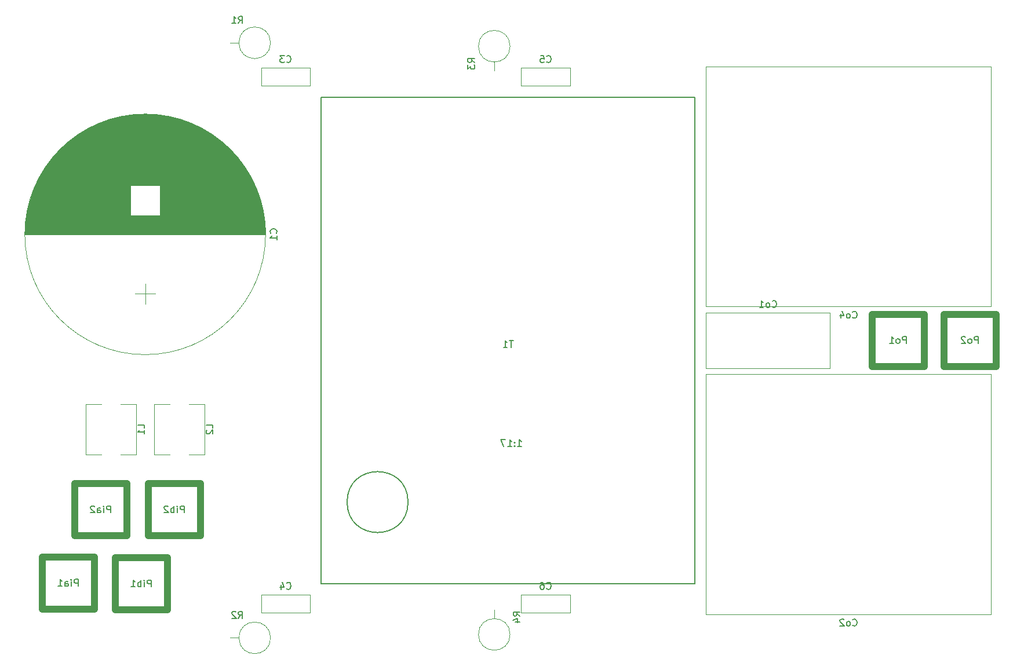
<source format=gbr>
G04 #@! TF.GenerationSoftware,KiCad,Pcbnew,(5.1.2)-1*
G04 #@! TF.CreationDate,2019-07-12T20:41:11-07:00*
G04 #@! TF.ProjectId,1000WConverter_r1_pwr,31303030-5743-46f6-9e76-65727465725f,rev?*
G04 #@! TF.SameCoordinates,Original*
G04 #@! TF.FileFunction,Legend,Bot*
G04 #@! TF.FilePolarity,Positive*
%FSLAX46Y46*%
G04 Gerber Fmt 4.6, Leading zero omitted, Abs format (unit mm)*
G04 Created by KiCad (PCBNEW (5.1.2)-1) date 2019-07-12 20:41:11*
%MOMM*%
%LPD*%
G04 APERTURE LIST*
%ADD10C,0.120000*%
%ADD11C,0.150000*%
%ADD12C,1.000000*%
G04 APERTURE END LIST*
D10*
X-2000000Y-40690000D02*
X-2000000Y-39420000D01*
X310000Y-43000000D02*
G75*
G03X310000Y-43000000I-2310000J0D01*
G01*
X310000Y43000000D02*
G75*
G03X310000Y43000000I-2310000J0D01*
G01*
X-2000000Y40690000D02*
X-2000000Y39420000D01*
D11*
X-27300000Y-35550000D02*
X27300000Y-35550000D01*
X-27300000Y35550000D02*
X-27300000Y-35550000D01*
X27300000Y35550000D02*
X-27300000Y35550000D01*
X27300000Y-35550000D02*
X27300000Y35550000D01*
X-14597473Y-23650000D02*
G75*
G03X-14597473Y-23650000I-4452527J0D01*
G01*
D10*
X47060000Y4010000D02*
X28940000Y4010000D01*
X47060000Y-4110000D02*
X28940000Y-4110000D01*
X47060000Y4010000D02*
X47060000Y-4110000D01*
X28940000Y4010000D02*
X28940000Y-4110000D01*
X28940000Y-40060000D02*
X70560000Y-40060000D01*
X28940000Y-4940000D02*
X70560000Y-4940000D01*
X28940000Y-40060000D02*
X28940000Y-4940000D01*
X70560000Y-40060000D02*
X70560000Y-4940000D01*
X28940000Y4940000D02*
X70560000Y4940000D01*
X28940000Y40060000D02*
X70560000Y40060000D01*
X28940000Y4940000D02*
X28940000Y40060000D01*
X70560000Y4940000D02*
X70560000Y40060000D01*
D12*
X53190000Y-3810000D02*
X53190000Y3810000D01*
X53190000Y3810000D02*
X60810000Y3810000D01*
X60810000Y3810000D02*
X60810000Y-3810000D01*
X60810000Y-3810000D02*
X53190000Y-3810000D01*
X63690000Y-3810000D02*
X63690000Y3810000D01*
X63690000Y3810000D02*
X71310000Y3810000D01*
X71310000Y3810000D02*
X71310000Y-3810000D01*
X71310000Y-3810000D02*
X63690000Y-3810000D01*
D10*
X-59400000Y-9300000D02*
X-61700000Y-9300000D01*
X-61700000Y-9300000D02*
X-61700000Y-16700000D01*
X-61700000Y-16700000D02*
X-59400000Y-16700000D01*
X-56600000Y-16700000D02*
X-54300000Y-16700000D01*
X-54300000Y-16700000D02*
X-54300000Y-9300000D01*
X-54300000Y-9300000D02*
X-56600000Y-9300000D01*
X-51500000Y6800000D02*
X-54500000Y6800000D01*
X-53000000Y5300000D02*
X-53000000Y8300000D01*
X-52013000Y33060000D02*
X-53987000Y33060000D01*
X-51472000Y33020000D02*
X-54528000Y33020000D01*
X-51075000Y32980000D02*
X-54925000Y32980000D01*
X-50747000Y32940000D02*
X-55253000Y32940000D01*
X-50461000Y32900000D02*
X-55539000Y32900000D01*
X-50204000Y32860000D02*
X-55796000Y32860000D01*
X-49969000Y32820000D02*
X-56031000Y32820000D01*
X-49752000Y32780000D02*
X-56248000Y32780000D01*
X-49548000Y32740000D02*
X-56452000Y32740000D01*
X-49356000Y32700000D02*
X-56644000Y32700000D01*
X-49174000Y32660000D02*
X-56826000Y32660000D01*
X-49000000Y32620000D02*
X-57000000Y32620000D01*
X-48835000Y32580000D02*
X-57165000Y32580000D01*
X-48675000Y32540000D02*
X-57325000Y32540000D01*
X-48522000Y32500000D02*
X-57478000Y32500000D01*
X-48374000Y32460000D02*
X-57626000Y32460000D01*
X-48231000Y32420000D02*
X-57769000Y32420000D01*
X-48092000Y32380000D02*
X-57908000Y32380000D01*
X-47958000Y32340000D02*
X-58042000Y32340000D01*
X-47827000Y32300000D02*
X-58173000Y32300000D01*
X-47700000Y32260000D02*
X-58300000Y32260000D01*
X-47576000Y32220000D02*
X-58424000Y32220000D01*
X-47455000Y32180000D02*
X-58545000Y32180000D01*
X-47337000Y32140000D02*
X-58663000Y32140000D01*
X-47222000Y32100000D02*
X-58778000Y32100000D01*
X-47109000Y32060000D02*
X-58891000Y32060000D01*
X-46998000Y32020000D02*
X-59002000Y32020000D01*
X-46890000Y31980000D02*
X-59110000Y31980000D01*
X-46784000Y31940000D02*
X-59216000Y31940000D01*
X-46680000Y31900000D02*
X-59320000Y31900000D01*
X-46577000Y31860000D02*
X-59423000Y31860000D01*
X-46477000Y31820000D02*
X-59523000Y31820000D01*
X-46378000Y31780000D02*
X-59622000Y31780000D01*
X-46282000Y31740000D02*
X-59718000Y31740000D01*
X-46186000Y31700000D02*
X-59814000Y31700000D01*
X-46092000Y31660000D02*
X-59908000Y31660000D01*
X-46000000Y31620000D02*
X-60000000Y31620000D01*
X-45909000Y31580000D02*
X-60091000Y31580000D01*
X-45820000Y31540000D02*
X-60180000Y31540000D01*
X-45731000Y31500000D02*
X-60269000Y31500000D01*
X-45644000Y31460000D02*
X-60356000Y31460000D01*
X-45559000Y31420000D02*
X-60441000Y31420000D01*
X-45474000Y31380000D02*
X-60526000Y31380000D01*
X-45391000Y31340000D02*
X-60609000Y31340000D01*
X-45309000Y31300000D02*
X-60691000Y31300000D01*
X-45227000Y31260000D02*
X-60773000Y31260000D01*
X-45147000Y31220000D02*
X-60853000Y31220000D01*
X-45068000Y31180000D02*
X-60932000Y31180000D01*
X-44990000Y31140000D02*
X-61010000Y31140000D01*
X-44913000Y31100000D02*
X-61087000Y31100000D01*
X-44836000Y31060000D02*
X-61164000Y31060000D01*
X-44761000Y31020000D02*
X-61239000Y31020000D01*
X-44686000Y30980000D02*
X-61314000Y30980000D01*
X-44612000Y30940000D02*
X-61388000Y30940000D01*
X-44540000Y30900000D02*
X-61460000Y30900000D01*
X-44468000Y30860000D02*
X-61532000Y30860000D01*
X-44396000Y30820000D02*
X-61604000Y30820000D01*
X-44326000Y30780000D02*
X-61674000Y30780000D01*
X-44256000Y30740000D02*
X-61744000Y30740000D01*
X-44187000Y30700000D02*
X-61813000Y30700000D01*
X-44119000Y30660000D02*
X-61881000Y30660000D01*
X-44051000Y30620000D02*
X-61949000Y30620000D01*
X-43984000Y30580000D02*
X-62016000Y30580000D01*
X-43918000Y30540000D02*
X-62082000Y30540000D01*
X-43852000Y30500000D02*
X-62148000Y30500000D01*
X-43787000Y30460000D02*
X-62213000Y30460000D01*
X-43723000Y30420000D02*
X-62277000Y30420000D01*
X-43659000Y30380000D02*
X-62341000Y30380000D01*
X-43596000Y30340000D02*
X-62404000Y30340000D01*
X-43533000Y30300000D02*
X-62467000Y30300000D01*
X-43471000Y30260000D02*
X-62529000Y30260000D01*
X-43410000Y30220000D02*
X-62590000Y30220000D01*
X-43349000Y30180000D02*
X-62651000Y30180000D01*
X-43289000Y30140000D02*
X-62711000Y30140000D01*
X-43229000Y30100000D02*
X-62771000Y30100000D01*
X-43170000Y30060000D02*
X-62830000Y30060000D01*
X-43111000Y30020000D02*
X-62889000Y30020000D01*
X-43053000Y29980000D02*
X-62947000Y29980000D01*
X-42995000Y29940000D02*
X-63005000Y29940000D01*
X-42938000Y29900000D02*
X-63062000Y29900000D01*
X-42881000Y29860000D02*
X-63119000Y29860000D01*
X-42825000Y29820000D02*
X-63175000Y29820000D01*
X-42769000Y29780000D02*
X-63231000Y29780000D01*
X-42713000Y29740000D02*
X-63287000Y29740000D01*
X-42658000Y29700000D02*
X-63342000Y29700000D01*
X-42604000Y29660000D02*
X-63396000Y29660000D01*
X-42550000Y29620000D02*
X-63450000Y29620000D01*
X-42496000Y29580000D02*
X-63504000Y29580000D01*
X-42443000Y29540000D02*
X-63557000Y29540000D01*
X-42390000Y29500000D02*
X-63610000Y29500000D01*
X-42338000Y29460000D02*
X-63662000Y29460000D01*
X-42286000Y29420000D02*
X-63714000Y29420000D01*
X-42234000Y29380000D02*
X-63766000Y29380000D01*
X-42183000Y29340000D02*
X-63817000Y29340000D01*
X-42132000Y29300000D02*
X-63868000Y29300000D01*
X-42082000Y29260000D02*
X-63918000Y29260000D01*
X-42032000Y29220000D02*
X-63968000Y29220000D01*
X-41982000Y29180000D02*
X-64018000Y29180000D01*
X-41933000Y29140000D02*
X-64067000Y29140000D01*
X-41884000Y29100000D02*
X-64116000Y29100000D01*
X-41835000Y29060000D02*
X-64165000Y29060000D01*
X-41787000Y29020000D02*
X-64213000Y29020000D01*
X-41739000Y28980000D02*
X-64261000Y28980000D01*
X-41692000Y28940000D02*
X-64308000Y28940000D01*
X-41644000Y28900000D02*
X-64356000Y28900000D01*
X-41598000Y28860000D02*
X-64402000Y28860000D01*
X-41551000Y28820000D02*
X-64449000Y28820000D01*
X-41505000Y28780000D02*
X-64495000Y28780000D01*
X-41459000Y28740000D02*
X-64541000Y28740000D01*
X-41413000Y28700000D02*
X-64587000Y28700000D01*
X-41368000Y28660000D02*
X-64632000Y28660000D01*
X-41323000Y28620000D02*
X-64677000Y28620000D01*
X-41278000Y28580000D02*
X-64722000Y28580000D01*
X-41234000Y28540000D02*
X-64766000Y28540000D01*
X-41190000Y28500000D02*
X-64810000Y28500000D01*
X-41146000Y28460000D02*
X-64854000Y28460000D01*
X-41103000Y28420000D02*
X-64897000Y28420000D01*
X-41060000Y28380000D02*
X-64940000Y28380000D01*
X-41017000Y28340000D02*
X-64983000Y28340000D01*
X-40974000Y28300000D02*
X-65026000Y28300000D01*
X-40932000Y28260000D02*
X-65068000Y28260000D01*
X-40890000Y28220000D02*
X-65110000Y28220000D01*
X-40848000Y28180000D02*
X-65152000Y28180000D01*
X-40807000Y28140000D02*
X-65193000Y28140000D01*
X-40766000Y28100000D02*
X-65234000Y28100000D01*
X-40725000Y28060000D02*
X-65275000Y28060000D01*
X-40684000Y28020000D02*
X-65316000Y28020000D01*
X-40644000Y27980000D02*
X-65356000Y27980000D01*
X-40603000Y27940000D02*
X-65397000Y27940000D01*
X-40564000Y27900000D02*
X-65436000Y27900000D01*
X-40524000Y27860000D02*
X-65476000Y27860000D01*
X-40485000Y27820000D02*
X-65515000Y27820000D01*
X-40445000Y27780000D02*
X-65555000Y27780000D01*
X-40407000Y27740000D02*
X-65593000Y27740000D01*
X-40368000Y27700000D02*
X-65632000Y27700000D01*
X-40330000Y27660000D02*
X-65670000Y27660000D01*
X-40291000Y27620000D02*
X-65709000Y27620000D01*
X-40254000Y27580000D02*
X-65746000Y27580000D01*
X-40216000Y27540000D02*
X-65784000Y27540000D01*
X-40178000Y27500000D02*
X-65822000Y27500000D01*
X-40141000Y27460000D02*
X-65859000Y27460000D01*
X-40104000Y27420000D02*
X-65896000Y27420000D01*
X-40067000Y27380000D02*
X-65933000Y27380000D01*
X-40031000Y27340000D02*
X-65969000Y27340000D01*
X-39995000Y27300000D02*
X-66005000Y27300000D01*
X-39959000Y27260000D02*
X-66041000Y27260000D01*
X-39923000Y27220000D02*
X-66077000Y27220000D01*
X-39887000Y27180000D02*
X-66113000Y27180000D01*
X-39852000Y27140000D02*
X-66148000Y27140000D01*
X-39816000Y27100000D02*
X-66184000Y27100000D01*
X-39782000Y27060000D02*
X-66218000Y27060000D01*
X-39747000Y27020000D02*
X-66253000Y27020000D01*
X-39712000Y26980000D02*
X-66288000Y26980000D01*
X-39678000Y26940000D02*
X-66322000Y26940000D01*
X-39644000Y26900000D02*
X-66356000Y26900000D01*
X-39610000Y26860000D02*
X-66390000Y26860000D01*
X-39576000Y26820000D02*
X-66424000Y26820000D01*
X-39542000Y26780000D02*
X-66458000Y26780000D01*
X-39509000Y26740000D02*
X-66491000Y26740000D01*
X-39476000Y26700000D02*
X-66524000Y26700000D01*
X-39443000Y26660000D02*
X-66557000Y26660000D01*
X-39410000Y26620000D02*
X-66590000Y26620000D01*
X-39378000Y26580000D02*
X-66622000Y26580000D01*
X-39345000Y26540000D02*
X-66655000Y26540000D01*
X-39313000Y26500000D02*
X-66687000Y26500000D01*
X-39281000Y26460000D02*
X-66719000Y26460000D01*
X-39250000Y26420000D02*
X-66750000Y26420000D01*
X-39218000Y26380000D02*
X-66782000Y26380000D01*
X-39187000Y26340000D02*
X-66813000Y26340000D01*
X-39155000Y26300000D02*
X-66845000Y26300000D01*
X-39124000Y26260000D02*
X-66876000Y26260000D01*
X-39094000Y26220000D02*
X-66906000Y26220000D01*
X-39063000Y26180000D02*
X-66937000Y26180000D01*
X-39032000Y26140000D02*
X-66968000Y26140000D01*
X-39002000Y26100000D02*
X-66998000Y26100000D01*
X-38972000Y26060000D02*
X-67028000Y26060000D01*
X-38942000Y26020000D02*
X-67058000Y26020000D01*
X-38912000Y25980000D02*
X-67088000Y25980000D01*
X-38883000Y25940000D02*
X-67117000Y25940000D01*
X-38853000Y25900000D02*
X-67147000Y25900000D01*
X-38824000Y25860000D02*
X-67176000Y25860000D01*
X-38795000Y25820000D02*
X-67205000Y25820000D01*
X-38766000Y25780000D02*
X-67234000Y25780000D01*
X-38737000Y25740000D02*
X-67263000Y25740000D01*
X-38709000Y25700000D02*
X-67291000Y25700000D01*
X-38680000Y25660000D02*
X-67320000Y25660000D01*
X-38652000Y25620000D02*
X-67348000Y25620000D01*
X-38624000Y25580000D02*
X-67376000Y25580000D01*
X-38596000Y25540000D02*
X-67404000Y25540000D01*
X-38569000Y25500000D02*
X-67431000Y25500000D01*
X-38541000Y25460000D02*
X-67459000Y25460000D01*
X-38514000Y25420000D02*
X-67486000Y25420000D01*
X-38486000Y25380000D02*
X-67514000Y25380000D01*
X-38459000Y25340000D02*
X-67541000Y25340000D01*
X-38432000Y25300000D02*
X-67568000Y25300000D01*
X-38406000Y25260000D02*
X-67594000Y25260000D01*
X-38379000Y25220000D02*
X-67621000Y25220000D01*
X-38353000Y25180000D02*
X-67647000Y25180000D01*
X-38326000Y25140000D02*
X-67674000Y25140000D01*
X-38300000Y25100000D02*
X-67700000Y25100000D01*
X-38274000Y25060000D02*
X-67726000Y25060000D01*
X-38248000Y25020000D02*
X-67752000Y25020000D01*
X-38223000Y24980000D02*
X-67777000Y24980000D01*
X-38197000Y24940000D02*
X-67803000Y24940000D01*
X-38172000Y24900000D02*
X-67828000Y24900000D01*
X-38147000Y24860000D02*
X-67853000Y24860000D01*
X-38122000Y24820000D02*
X-67878000Y24820000D01*
X-38097000Y24780000D02*
X-67903000Y24780000D01*
X-38072000Y24740000D02*
X-67928000Y24740000D01*
X-38047000Y24700000D02*
X-67953000Y24700000D01*
X-38023000Y24660000D02*
X-67977000Y24660000D01*
X-37998000Y24620000D02*
X-68002000Y24620000D01*
X-37974000Y24580000D02*
X-68026000Y24580000D01*
X-37950000Y24540000D02*
X-68050000Y24540000D01*
X-37926000Y24500000D02*
X-68074000Y24500000D01*
X-37903000Y24460000D02*
X-68097000Y24460000D01*
X-37879000Y24420000D02*
X-68121000Y24420000D01*
X-37856000Y24380000D02*
X-68144000Y24380000D01*
X-37832000Y24340000D02*
X-68168000Y24340000D01*
X-37809000Y24300000D02*
X-68191000Y24300000D01*
X-37786000Y24260000D02*
X-68214000Y24260000D01*
X-37763000Y24220000D02*
X-68237000Y24220000D01*
X-37740000Y24180000D02*
X-68260000Y24180000D01*
X-37718000Y24140000D02*
X-68282000Y24140000D01*
X-37695000Y24100000D02*
X-68305000Y24100000D01*
X-37673000Y24060000D02*
X-68327000Y24060000D01*
X-37651000Y24020000D02*
X-68349000Y24020000D01*
X-37629000Y23980000D02*
X-68371000Y23980000D01*
X-37607000Y23940000D02*
X-68393000Y23940000D01*
X-37585000Y23900000D02*
X-68415000Y23900000D01*
X-37563000Y23860000D02*
X-68437000Y23860000D01*
X-37542000Y23820000D02*
X-68458000Y23820000D01*
X-37520000Y23780000D02*
X-68480000Y23780000D01*
X-37499000Y23740000D02*
X-68501000Y23740000D01*
X-37478000Y23700000D02*
X-68522000Y23700000D01*
X-37457000Y23661000D02*
X-68543000Y23661000D01*
X-37436000Y23621000D02*
X-68564000Y23621000D01*
X-37415000Y23581000D02*
X-68585000Y23581000D01*
X-37394000Y23541000D02*
X-68606000Y23541000D01*
X-37374000Y23501000D02*
X-68626000Y23501000D01*
X-37354000Y23461000D02*
X-68646000Y23461000D01*
X-37333000Y23421000D02*
X-68667000Y23421000D01*
X-37313000Y23381000D02*
X-68687000Y23381000D01*
X-37293000Y23341000D02*
X-68707000Y23341000D01*
X-37273000Y23301000D02*
X-68727000Y23301000D01*
X-37254000Y23261000D02*
X-68746000Y23261000D01*
X-37234000Y23221000D02*
X-68766000Y23221000D01*
X-37215000Y23181000D02*
X-68785000Y23181000D01*
X-37195000Y23141000D02*
X-68805000Y23141000D01*
X-37176000Y23101000D02*
X-68824000Y23101000D01*
X-37157000Y23061000D02*
X-68843000Y23061000D01*
X-37138000Y23021000D02*
X-68862000Y23021000D01*
X-37119000Y22981000D02*
X-68881000Y22981000D01*
X-37100000Y22941000D02*
X-68900000Y22941000D01*
X-37082000Y22901000D02*
X-68918000Y22901000D01*
X-37063000Y22861000D02*
X-68937000Y22861000D01*
X-37045000Y22821000D02*
X-68955000Y22821000D01*
X-37027000Y22781000D02*
X-68973000Y22781000D01*
X-37009000Y22741000D02*
X-68991000Y22741000D01*
X-36991000Y22701000D02*
X-69009000Y22701000D01*
X-55180000Y22661000D02*
X-69027000Y22661000D01*
X-36973000Y22661000D02*
X-50820000Y22661000D01*
X-55180000Y22621000D02*
X-69045000Y22621000D01*
X-36955000Y22621000D02*
X-50820000Y22621000D01*
X-55180000Y22581000D02*
X-69063000Y22581000D01*
X-36937000Y22581000D02*
X-50820000Y22581000D01*
X-55180000Y22541000D02*
X-69080000Y22541000D01*
X-36920000Y22541000D02*
X-50820000Y22541000D01*
X-55180000Y22501000D02*
X-69098000Y22501000D01*
X-36902000Y22501000D02*
X-50820000Y22501000D01*
X-55180000Y22461000D02*
X-69115000Y22461000D01*
X-36885000Y22461000D02*
X-50820000Y22461000D01*
X-55180000Y22421000D02*
X-69132000Y22421000D01*
X-36868000Y22421000D02*
X-50820000Y22421000D01*
X-55180000Y22381000D02*
X-69149000Y22381000D01*
X-36851000Y22381000D02*
X-50820000Y22381000D01*
X-55180000Y22341000D02*
X-69166000Y22341000D01*
X-36834000Y22341000D02*
X-50820000Y22341000D01*
X-55180000Y22301000D02*
X-69183000Y22301000D01*
X-36817000Y22301000D02*
X-50820000Y22301000D01*
X-55180000Y22261000D02*
X-69200000Y22261000D01*
X-36800000Y22261000D02*
X-50820000Y22261000D01*
X-55180000Y22221000D02*
X-69216000Y22221000D01*
X-36784000Y22221000D02*
X-50820000Y22221000D01*
X-55180000Y22181000D02*
X-69233000Y22181000D01*
X-36767000Y22181000D02*
X-50820000Y22181000D01*
X-55180000Y22141000D02*
X-69249000Y22141000D01*
X-36751000Y22141000D02*
X-50820000Y22141000D01*
X-55180000Y22101000D02*
X-69265000Y22101000D01*
X-36735000Y22101000D02*
X-50820000Y22101000D01*
X-55180000Y22061000D02*
X-69281000Y22061000D01*
X-36719000Y22061000D02*
X-50820000Y22061000D01*
X-55180000Y22021000D02*
X-69298000Y22021000D01*
X-36702000Y22021000D02*
X-50820000Y22021000D01*
X-55180000Y21981000D02*
X-69313000Y21981000D01*
X-36687000Y21981000D02*
X-50820000Y21981000D01*
X-55180000Y21941000D02*
X-69329000Y21941000D01*
X-36671000Y21941000D02*
X-50820000Y21941000D01*
X-55180000Y21901000D02*
X-69345000Y21901000D01*
X-36655000Y21901000D02*
X-50820000Y21901000D01*
X-55180000Y21861000D02*
X-69360000Y21861000D01*
X-36640000Y21861000D02*
X-50820000Y21861000D01*
X-55180000Y21821000D02*
X-69376000Y21821000D01*
X-36624000Y21821000D02*
X-50820000Y21821000D01*
X-55180000Y21781000D02*
X-69391000Y21781000D01*
X-36609000Y21781000D02*
X-50820000Y21781000D01*
X-55180000Y21741000D02*
X-69406000Y21741000D01*
X-36594000Y21741000D02*
X-50820000Y21741000D01*
X-55180000Y21701000D02*
X-69422000Y21701000D01*
X-36578000Y21701000D02*
X-50820000Y21701000D01*
X-55180000Y21661000D02*
X-69437000Y21661000D01*
X-36563000Y21661000D02*
X-50820000Y21661000D01*
X-55180000Y21621000D02*
X-69452000Y21621000D01*
X-36548000Y21621000D02*
X-50820000Y21621000D01*
X-55180000Y21581000D02*
X-69466000Y21581000D01*
X-36534000Y21581000D02*
X-50820000Y21581000D01*
X-55180000Y21541000D02*
X-69481000Y21541000D01*
X-36519000Y21541000D02*
X-50820000Y21541000D01*
X-55180000Y21501000D02*
X-69496000Y21501000D01*
X-36504000Y21501000D02*
X-50820000Y21501000D01*
X-55180000Y21461000D02*
X-69510000Y21461000D01*
X-36490000Y21461000D02*
X-50820000Y21461000D01*
X-55180000Y21421000D02*
X-69524000Y21421000D01*
X-36476000Y21421000D02*
X-50820000Y21421000D01*
X-55180000Y21381000D02*
X-69539000Y21381000D01*
X-36461000Y21381000D02*
X-50820000Y21381000D01*
X-55180000Y21341000D02*
X-69553000Y21341000D01*
X-36447000Y21341000D02*
X-50820000Y21341000D01*
X-55180000Y21301000D02*
X-69567000Y21301000D01*
X-36433000Y21301000D02*
X-50820000Y21301000D01*
X-55180000Y21261000D02*
X-69581000Y21261000D01*
X-36419000Y21261000D02*
X-50820000Y21261000D01*
X-55180000Y21221000D02*
X-69594000Y21221000D01*
X-36406000Y21221000D02*
X-50820000Y21221000D01*
X-55180000Y21181000D02*
X-69608000Y21181000D01*
X-36392000Y21181000D02*
X-50820000Y21181000D01*
X-55180000Y21141000D02*
X-69622000Y21141000D01*
X-36378000Y21141000D02*
X-50820000Y21141000D01*
X-55180000Y21101000D02*
X-69635000Y21101000D01*
X-36365000Y21101000D02*
X-50820000Y21101000D01*
X-55180000Y21061000D02*
X-69649000Y21061000D01*
X-36351000Y21061000D02*
X-50820000Y21061000D01*
X-55180000Y21021000D02*
X-69662000Y21021000D01*
X-36338000Y21021000D02*
X-50820000Y21021000D01*
X-55180000Y20981000D02*
X-69675000Y20981000D01*
X-36325000Y20981000D02*
X-50820000Y20981000D01*
X-55180000Y20941000D02*
X-69688000Y20941000D01*
X-36312000Y20941000D02*
X-50820000Y20941000D01*
X-55180000Y20901000D02*
X-69701000Y20901000D01*
X-36299000Y20901000D02*
X-50820000Y20901000D01*
X-55180000Y20861000D02*
X-69714000Y20861000D01*
X-36286000Y20861000D02*
X-50820000Y20861000D01*
X-55180000Y20821000D02*
X-69727000Y20821000D01*
X-36273000Y20821000D02*
X-50820000Y20821000D01*
X-55180000Y20781000D02*
X-69739000Y20781000D01*
X-36261000Y20781000D02*
X-50820000Y20781000D01*
X-55180000Y20741000D02*
X-69752000Y20741000D01*
X-36248000Y20741000D02*
X-50820000Y20741000D01*
X-55180000Y20701000D02*
X-69764000Y20701000D01*
X-36236000Y20701000D02*
X-50820000Y20701000D01*
X-55180000Y20661000D02*
X-69777000Y20661000D01*
X-36223000Y20661000D02*
X-50820000Y20661000D01*
X-55180000Y20621000D02*
X-69789000Y20621000D01*
X-36211000Y20621000D02*
X-50820000Y20621000D01*
X-55180000Y20581000D02*
X-69801000Y20581000D01*
X-36199000Y20581000D02*
X-50820000Y20581000D01*
X-55180000Y20541000D02*
X-69813000Y20541000D01*
X-36187000Y20541000D02*
X-50820000Y20541000D01*
X-55180000Y20501000D02*
X-69825000Y20501000D01*
X-36175000Y20501000D02*
X-50820000Y20501000D01*
X-55180000Y20461000D02*
X-69837000Y20461000D01*
X-36163000Y20461000D02*
X-50820000Y20461000D01*
X-55180000Y20421000D02*
X-69848000Y20421000D01*
X-36152000Y20421000D02*
X-50820000Y20421000D01*
X-55180000Y20381000D02*
X-69860000Y20381000D01*
X-36140000Y20381000D02*
X-50820000Y20381000D01*
X-55180000Y20341000D02*
X-69872000Y20341000D01*
X-36128000Y20341000D02*
X-50820000Y20341000D01*
X-55180000Y20301000D02*
X-69883000Y20301000D01*
X-36117000Y20301000D02*
X-50820000Y20301000D01*
X-55180000Y20261000D02*
X-69894000Y20261000D01*
X-36106000Y20261000D02*
X-50820000Y20261000D01*
X-55180000Y20221000D02*
X-69905000Y20221000D01*
X-36095000Y20221000D02*
X-50820000Y20221000D01*
X-55180000Y20181000D02*
X-69916000Y20181000D01*
X-36084000Y20181000D02*
X-50820000Y20181000D01*
X-55180000Y20141000D02*
X-69927000Y20141000D01*
X-36073000Y20141000D02*
X-50820000Y20141000D01*
X-55180000Y20101000D02*
X-69938000Y20101000D01*
X-36062000Y20101000D02*
X-50820000Y20101000D01*
X-55180000Y20061000D02*
X-69949000Y20061000D01*
X-36051000Y20061000D02*
X-50820000Y20061000D01*
X-55180000Y20021000D02*
X-69960000Y20021000D01*
X-36040000Y20021000D02*
X-50820000Y20021000D01*
X-55180000Y19981000D02*
X-69970000Y19981000D01*
X-36030000Y19981000D02*
X-50820000Y19981000D01*
X-55180000Y19941000D02*
X-69981000Y19941000D01*
X-36019000Y19941000D02*
X-50820000Y19941000D01*
X-55180000Y19901000D02*
X-69991000Y19901000D01*
X-36009000Y19901000D02*
X-50820000Y19901000D01*
X-55180000Y19861000D02*
X-70002000Y19861000D01*
X-35998000Y19861000D02*
X-50820000Y19861000D01*
X-55180000Y19821000D02*
X-70012000Y19821000D01*
X-35988000Y19821000D02*
X-50820000Y19821000D01*
X-55180000Y19781000D02*
X-70022000Y19781000D01*
X-35978000Y19781000D02*
X-50820000Y19781000D01*
X-55180000Y19741000D02*
X-70032000Y19741000D01*
X-35968000Y19741000D02*
X-50820000Y19741000D01*
X-55180000Y19701000D02*
X-70042000Y19701000D01*
X-35958000Y19701000D02*
X-50820000Y19701000D01*
X-55180000Y19661000D02*
X-70052000Y19661000D01*
X-35948000Y19661000D02*
X-50820000Y19661000D01*
X-55180000Y19621000D02*
X-70061000Y19621000D01*
X-35939000Y19621000D02*
X-50820000Y19621000D01*
X-55180000Y19581000D02*
X-70071000Y19581000D01*
X-35929000Y19581000D02*
X-50820000Y19581000D01*
X-55180000Y19541000D02*
X-70080000Y19541000D01*
X-35920000Y19541000D02*
X-50820000Y19541000D01*
X-55180000Y19501000D02*
X-70090000Y19501000D01*
X-35910000Y19501000D02*
X-50820000Y19501000D01*
X-55180000Y19461000D02*
X-70099000Y19461000D01*
X-35901000Y19461000D02*
X-50820000Y19461000D01*
X-55180000Y19421000D02*
X-70108000Y19421000D01*
X-35892000Y19421000D02*
X-50820000Y19421000D01*
X-55180000Y19381000D02*
X-70117000Y19381000D01*
X-35883000Y19381000D02*
X-50820000Y19381000D01*
X-55180000Y19341000D02*
X-70126000Y19341000D01*
X-35874000Y19341000D02*
X-50820000Y19341000D01*
X-55180000Y19301000D02*
X-70135000Y19301000D01*
X-35865000Y19301000D02*
X-50820000Y19301000D01*
X-55180000Y19261000D02*
X-70144000Y19261000D01*
X-35856000Y19261000D02*
X-50820000Y19261000D01*
X-55180000Y19221000D02*
X-70153000Y19221000D01*
X-35847000Y19221000D02*
X-50820000Y19221000D01*
X-55180000Y19181000D02*
X-70161000Y19181000D01*
X-35839000Y19181000D02*
X-50820000Y19181000D01*
X-55180000Y19141000D02*
X-70170000Y19141000D01*
X-35830000Y19141000D02*
X-50820000Y19141000D01*
X-55180000Y19101000D02*
X-70178000Y19101000D01*
X-35822000Y19101000D02*
X-50820000Y19101000D01*
X-55180000Y19061000D02*
X-70186000Y19061000D01*
X-35814000Y19061000D02*
X-50820000Y19061000D01*
X-55180000Y19021000D02*
X-70195000Y19021000D01*
X-35805000Y19021000D02*
X-50820000Y19021000D01*
X-55180000Y18981000D02*
X-70203000Y18981000D01*
X-35797000Y18981000D02*
X-50820000Y18981000D01*
X-55180000Y18941000D02*
X-70211000Y18941000D01*
X-35789000Y18941000D02*
X-50820000Y18941000D01*
X-55180000Y18901000D02*
X-70219000Y18901000D01*
X-35781000Y18901000D02*
X-50820000Y18901000D01*
X-55180000Y18861000D02*
X-70227000Y18861000D01*
X-35773000Y18861000D02*
X-50820000Y18861000D01*
X-55180000Y18821000D02*
X-70234000Y18821000D01*
X-35766000Y18821000D02*
X-50820000Y18821000D01*
X-55180000Y18781000D02*
X-70242000Y18781000D01*
X-35758000Y18781000D02*
X-50820000Y18781000D01*
X-55180000Y18741000D02*
X-70250000Y18741000D01*
X-35750000Y18741000D02*
X-50820000Y18741000D01*
X-55180000Y18701000D02*
X-70257000Y18701000D01*
X-35743000Y18701000D02*
X-50820000Y18701000D01*
X-55180000Y18661000D02*
X-70264000Y18661000D01*
X-35736000Y18661000D02*
X-50820000Y18661000D01*
X-55180000Y18621000D02*
X-70272000Y18621000D01*
X-35728000Y18621000D02*
X-50820000Y18621000D01*
X-55180000Y18581000D02*
X-70279000Y18581000D01*
X-35721000Y18581000D02*
X-50820000Y18581000D01*
X-55180000Y18541000D02*
X-70286000Y18541000D01*
X-35714000Y18541000D02*
X-50820000Y18541000D01*
X-55180000Y18501000D02*
X-70293000Y18501000D01*
X-35707000Y18501000D02*
X-50820000Y18501000D01*
X-55180000Y18461000D02*
X-70300000Y18461000D01*
X-35700000Y18461000D02*
X-50820000Y18461000D01*
X-55180000Y18421000D02*
X-70306000Y18421000D01*
X-35694000Y18421000D02*
X-50820000Y18421000D01*
X-55180000Y18381000D02*
X-70313000Y18381000D01*
X-35687000Y18381000D02*
X-50820000Y18381000D01*
X-55180000Y18341000D02*
X-70320000Y18341000D01*
X-35680000Y18341000D02*
X-50820000Y18341000D01*
X-35674000Y18301000D02*
X-70326000Y18301000D01*
X-35667000Y18261000D02*
X-70333000Y18261000D01*
X-35661000Y18221000D02*
X-70339000Y18221000D01*
X-35655000Y18181000D02*
X-70345000Y18181000D01*
X-35649000Y18141000D02*
X-70351000Y18141000D01*
X-35643000Y18101000D02*
X-70357000Y18101000D01*
X-35637000Y18061000D02*
X-70363000Y18061000D01*
X-35631000Y18021000D02*
X-70369000Y18021000D01*
X-35625000Y17981000D02*
X-70375000Y17981000D01*
X-35620000Y17941000D02*
X-70380000Y17941000D01*
X-35614000Y17901000D02*
X-70386000Y17901000D01*
X-35609000Y17861000D02*
X-70391000Y17861000D01*
X-35603000Y17821000D02*
X-70397000Y17821000D01*
X-35598000Y17781000D02*
X-70402000Y17781000D01*
X-35593000Y17741000D02*
X-70407000Y17741000D01*
X-35588000Y17701000D02*
X-70412000Y17701000D01*
X-35583000Y17661000D02*
X-70417000Y17661000D01*
X-35578000Y17621000D02*
X-70422000Y17621000D01*
X-35573000Y17581000D02*
X-70427000Y17581000D01*
X-35568000Y17541000D02*
X-70432000Y17541000D01*
X-35564000Y17501000D02*
X-70436000Y17501000D01*
X-35559000Y17461000D02*
X-70441000Y17461000D01*
X-35555000Y17421000D02*
X-70445000Y17421000D01*
X-35550000Y17381000D02*
X-70450000Y17381000D01*
X-35546000Y17341000D02*
X-70454000Y17341000D01*
X-35542000Y17301000D02*
X-70458000Y17301000D01*
X-35538000Y17261000D02*
X-70462000Y17261000D01*
X-35534000Y17221000D02*
X-70466000Y17221000D01*
X-35530000Y17181000D02*
X-70470000Y17181000D01*
X-35526000Y17141000D02*
X-70474000Y17141000D01*
X-35522000Y17101000D02*
X-70478000Y17101000D01*
X-35519000Y17061000D02*
X-70481000Y17061000D01*
X-35515000Y17021000D02*
X-70485000Y17021000D01*
X-35512000Y16981000D02*
X-70488000Y16981000D01*
X-35509000Y16941000D02*
X-70491000Y16941000D01*
X-35505000Y16901000D02*
X-70495000Y16901000D01*
X-35502000Y16861000D02*
X-70498000Y16861000D01*
X-35499000Y16821000D02*
X-70501000Y16821000D01*
X-35496000Y16781000D02*
X-70504000Y16781000D01*
X-35493000Y16741000D02*
X-70507000Y16741000D01*
X-35490000Y16701000D02*
X-70510000Y16701000D01*
X-35488000Y16661000D02*
X-70512000Y16661000D01*
X-35485000Y16621000D02*
X-70515000Y16621000D01*
X-35483000Y16581000D02*
X-70517000Y16581000D01*
X-35480000Y16541000D02*
X-70520000Y16541000D01*
X-35478000Y16501000D02*
X-70522000Y16501000D01*
X-35476000Y16461000D02*
X-70524000Y16461000D01*
X-35474000Y16421000D02*
X-70526000Y16421000D01*
X-35472000Y16381000D02*
X-70528000Y16381000D01*
X-35470000Y16341000D02*
X-70530000Y16341000D01*
X-35468000Y16301000D02*
X-70532000Y16301000D01*
X-35466000Y16261000D02*
X-70534000Y16261000D01*
X-35464000Y16221000D02*
X-70536000Y16221000D01*
X-35463000Y16180000D02*
X-70537000Y16180000D01*
X-35461000Y16140000D02*
X-70539000Y16140000D01*
X-35460000Y16100000D02*
X-70540000Y16100000D01*
X-35458000Y16060000D02*
X-70542000Y16060000D01*
X-35457000Y16020000D02*
X-70543000Y16020000D01*
X-35456000Y15980000D02*
X-70544000Y15980000D01*
X-35455000Y15940000D02*
X-70545000Y15940000D01*
X-35454000Y15900000D02*
X-70546000Y15900000D01*
X-35453000Y15860000D02*
X-70547000Y15860000D01*
X-35452000Y15820000D02*
X-70548000Y15820000D01*
X-35452000Y15780000D02*
X-70548000Y15780000D01*
X-35451000Y15740000D02*
X-70549000Y15740000D01*
X-35451000Y15700000D02*
X-70549000Y15700000D01*
X-35450000Y15660000D02*
X-70550000Y15660000D01*
X-35450000Y15620000D02*
X-70550000Y15620000D01*
X-35450000Y15580000D02*
X-70550000Y15580000D01*
X-35450000Y15540000D02*
X-70550000Y15540000D01*
X-35450000Y15500000D02*
X-70550000Y15500000D01*
X-35410000Y15500000D02*
G75*
G03X-35410000Y15500000I-17590000J0D01*
G01*
X-44300000Y-9300000D02*
X-46600000Y-9300000D01*
X-44300000Y-16700000D02*
X-44300000Y-9300000D01*
X-46600000Y-16700000D02*
X-44300000Y-16700000D01*
X-51700000Y-16700000D02*
X-49400000Y-16700000D01*
X-51700000Y-9300000D02*
X-51700000Y-16700000D01*
X-49400000Y-9300000D02*
X-51700000Y-9300000D01*
X-28940000Y39810000D02*
X-36060000Y39810000D01*
X-28940000Y37190000D02*
X-36060000Y37190000D01*
X-28940000Y39810000D02*
X-28940000Y37190000D01*
X-36060000Y39810000D02*
X-36060000Y37190000D01*
X-36060000Y-37190000D02*
X-36060000Y-39810000D01*
X-28940000Y-37190000D02*
X-28940000Y-39810000D01*
X-28940000Y-39810000D02*
X-36060000Y-39810000D01*
X-28940000Y-37190000D02*
X-36060000Y-37190000D01*
X9060000Y39810000D02*
X1940000Y39810000D01*
X9060000Y37190000D02*
X1940000Y37190000D01*
X9060000Y39810000D02*
X9060000Y37190000D01*
X1940000Y39810000D02*
X1940000Y37190000D01*
X1940000Y-37190000D02*
X1940000Y-39810000D01*
X9060000Y-37190000D02*
X9060000Y-39810000D01*
X9060000Y-39810000D02*
X1940000Y-39810000D01*
X9060000Y-37190000D02*
X1940000Y-37190000D01*
X-39310000Y-43500000D02*
X-40580000Y-43500000D01*
X-34690000Y-43500000D02*
G75*
G03X-34690000Y-43500000I-2310000J0D01*
G01*
X-39310000Y43500000D02*
X-40580000Y43500000D01*
X-34690000Y43500000D02*
G75*
G03X-34690000Y43500000I-2310000J0D01*
G01*
D12*
X-68060000Y-39310000D02*
X-68060000Y-31690000D01*
X-68060000Y-31690000D02*
X-60440000Y-31690000D01*
X-60440000Y-31690000D02*
X-60440000Y-39310000D01*
X-60440000Y-39310000D02*
X-68060000Y-39310000D01*
X-55690000Y-28560000D02*
X-63310000Y-28560000D01*
X-55690000Y-20940000D02*
X-55690000Y-28560000D01*
X-63310000Y-20940000D02*
X-55690000Y-20940000D01*
X-63310000Y-28560000D02*
X-63310000Y-20940000D01*
X-57379998Y-39397499D02*
X-57379998Y-31777499D01*
X-57379998Y-31777499D02*
X-49759998Y-31777499D01*
X-49759998Y-31777499D02*
X-49759998Y-39397499D01*
X-49759998Y-39397499D02*
X-57379998Y-39397499D01*
X-44940000Y-28560000D02*
X-52560000Y-28560000D01*
X-44940000Y-20940000D02*
X-44940000Y-28560000D01*
X-52560000Y-20940000D02*
X-44940000Y-20940000D01*
X-52560000Y-28560000D02*
X-52560000Y-20940000D01*
D11*
X1762380Y-40293333D02*
X1286190Y-39960000D01*
X1762380Y-39721904D02*
X762380Y-39721904D01*
X762380Y-40102857D01*
X810000Y-40198095D01*
X857619Y-40245714D01*
X952857Y-40293333D01*
X1095714Y-40293333D01*
X1190952Y-40245714D01*
X1238571Y-40198095D01*
X1286190Y-40102857D01*
X1286190Y-39721904D01*
X1095714Y-41150476D02*
X1762380Y-41150476D01*
X714761Y-40912380D02*
X1429047Y-40674285D01*
X1429047Y-41293333D01*
X-4857619Y40626666D02*
X-5333809Y40960000D01*
X-4857619Y41198095D02*
X-5857619Y41198095D01*
X-5857619Y40817142D01*
X-5810000Y40721904D01*
X-5762380Y40674285D01*
X-5667142Y40626666D01*
X-5524285Y40626666D01*
X-5429047Y40674285D01*
X-5381428Y40721904D01*
X-5333809Y40817142D01*
X-5333809Y41198095D01*
X-5857619Y40293333D02*
X-5857619Y39674285D01*
X-5476666Y40007619D01*
X-5476666Y39864761D01*
X-5429047Y39769523D01*
X-5381428Y39721904D01*
X-5286190Y39674285D01*
X-5048095Y39674285D01*
X-4952857Y39721904D01*
X-4905238Y39769523D01*
X-4857619Y39864761D01*
X-4857619Y40150476D01*
X-4905238Y40245714D01*
X-4952857Y40293333D01*
X761904Y-17380D02*
X190476Y-17380D01*
X476190Y-1017380D02*
X476190Y-17380D01*
X-666666Y-1017380D02*
X-95238Y-1017380D01*
X-380952Y-1017380D02*
X-380952Y-17380D01*
X-285714Y-160238D01*
X-190476Y-255476D01*
X-95238Y-303095D01*
X1404761Y-15517380D02*
X1976190Y-15517380D01*
X1690476Y-15517380D02*
X1690476Y-14517380D01*
X1785714Y-14660238D01*
X1880952Y-14755476D01*
X1976190Y-14803095D01*
X976190Y-15422142D02*
X928571Y-15469761D01*
X976190Y-15517380D01*
X1023809Y-15469761D01*
X976190Y-15422142D01*
X976190Y-15517380D01*
X976190Y-14898333D02*
X928571Y-14945952D01*
X976190Y-14993571D01*
X1023809Y-14945952D01*
X976190Y-14898333D01*
X976190Y-14993571D01*
X-23809Y-15517380D02*
X547619Y-15517380D01*
X261904Y-15517380D02*
X261904Y-14517380D01*
X357142Y-14660238D01*
X452380Y-14755476D01*
X547619Y-14803095D01*
X-357142Y-14517380D02*
X-1023809Y-14517380D01*
X-595238Y-15517380D01*
X1404761Y-15517380D02*
X1976190Y-15517380D01*
X1690476Y-15517380D02*
X1690476Y-14517380D01*
X1785714Y-14660238D01*
X1880952Y-14755476D01*
X1976190Y-14803095D01*
X976190Y-15422142D02*
X928571Y-15469761D01*
X976190Y-15517380D01*
X1023809Y-15469761D01*
X976190Y-15422142D01*
X976190Y-15517380D01*
X976190Y-14898333D02*
X928571Y-14945952D01*
X976190Y-14993571D01*
X1023809Y-14945952D01*
X976190Y-14898333D01*
X976190Y-14993571D01*
X-23809Y-15517380D02*
X547619Y-15517380D01*
X261904Y-15517380D02*
X261904Y-14517380D01*
X357142Y-14660238D01*
X452380Y-14755476D01*
X547619Y-14803095D01*
X-357142Y-14517380D02*
X-1023809Y-14517380D01*
X-595238Y-15517380D01*
X38619047Y4902857D02*
X38666666Y4855238D01*
X38809523Y4807619D01*
X38904761Y4807619D01*
X39047619Y4855238D01*
X39142857Y4950476D01*
X39190476Y5045714D01*
X39238095Y5236190D01*
X39238095Y5379047D01*
X39190476Y5569523D01*
X39142857Y5664761D01*
X39047619Y5760000D01*
X38904761Y5807619D01*
X38809523Y5807619D01*
X38666666Y5760000D01*
X38619047Y5712380D01*
X38047619Y4807619D02*
X38142857Y4855238D01*
X38190476Y4902857D01*
X38238095Y4998095D01*
X38238095Y5283809D01*
X38190476Y5379047D01*
X38142857Y5426666D01*
X38047619Y5474285D01*
X37904761Y5474285D01*
X37809523Y5426666D01*
X37761904Y5379047D01*
X37714285Y5283809D01*
X37714285Y4998095D01*
X37761904Y4902857D01*
X37809523Y4855238D01*
X37904761Y4807619D01*
X38047619Y4807619D01*
X36761904Y4807619D02*
X37333333Y4807619D01*
X37047619Y4807619D02*
X37047619Y5807619D01*
X37142857Y5664761D01*
X37238095Y5569523D01*
X37333333Y5521904D01*
X50369047Y-41667142D02*
X50416666Y-41714761D01*
X50559523Y-41762380D01*
X50654761Y-41762380D01*
X50797619Y-41714761D01*
X50892857Y-41619523D01*
X50940476Y-41524285D01*
X50988095Y-41333809D01*
X50988095Y-41190952D01*
X50940476Y-41000476D01*
X50892857Y-40905238D01*
X50797619Y-40810000D01*
X50654761Y-40762380D01*
X50559523Y-40762380D01*
X50416666Y-40810000D01*
X50369047Y-40857619D01*
X49797619Y-41762380D02*
X49892857Y-41714761D01*
X49940476Y-41667142D01*
X49988095Y-41571904D01*
X49988095Y-41286190D01*
X49940476Y-41190952D01*
X49892857Y-41143333D01*
X49797619Y-41095714D01*
X49654761Y-41095714D01*
X49559523Y-41143333D01*
X49511904Y-41190952D01*
X49464285Y-41286190D01*
X49464285Y-41571904D01*
X49511904Y-41667142D01*
X49559523Y-41714761D01*
X49654761Y-41762380D01*
X49797619Y-41762380D01*
X49083333Y-40857619D02*
X49035714Y-40810000D01*
X48940476Y-40762380D01*
X48702380Y-40762380D01*
X48607142Y-40810000D01*
X48559523Y-40857619D01*
X48511904Y-40952857D01*
X48511904Y-41048095D01*
X48559523Y-41190952D01*
X49130952Y-41762380D01*
X48511904Y-41762380D01*
X50369047Y3332857D02*
X50416666Y3285238D01*
X50559523Y3237619D01*
X50654761Y3237619D01*
X50797619Y3285238D01*
X50892857Y3380476D01*
X50940476Y3475714D01*
X50988095Y3666190D01*
X50988095Y3809047D01*
X50940476Y3999523D01*
X50892857Y4094761D01*
X50797619Y4190000D01*
X50654761Y4237619D01*
X50559523Y4237619D01*
X50416666Y4190000D01*
X50369047Y4142380D01*
X49797619Y3237619D02*
X49892857Y3285238D01*
X49940476Y3332857D01*
X49988095Y3428095D01*
X49988095Y3713809D01*
X49940476Y3809047D01*
X49892857Y3856666D01*
X49797619Y3904285D01*
X49654761Y3904285D01*
X49559523Y3856666D01*
X49511904Y3809047D01*
X49464285Y3713809D01*
X49464285Y3428095D01*
X49511904Y3332857D01*
X49559523Y3285238D01*
X49654761Y3237619D01*
X49797619Y3237619D01*
X48607142Y3904285D02*
X48607142Y3237619D01*
X48845238Y4285238D02*
X49083333Y3570952D01*
X48464285Y3570952D01*
X58190476Y-452380D02*
X58190476Y547619D01*
X57809523Y547619D01*
X57714285Y500000D01*
X57666666Y452380D01*
X57619047Y357142D01*
X57619047Y214285D01*
X57666666Y119047D01*
X57714285Y71428D01*
X57809523Y23809D01*
X58190476Y23809D01*
X57047619Y-452380D02*
X57142857Y-404761D01*
X57190476Y-357142D01*
X57238095Y-261904D01*
X57238095Y23809D01*
X57190476Y119047D01*
X57142857Y166666D01*
X57047619Y214285D01*
X56904761Y214285D01*
X56809523Y166666D01*
X56761904Y119047D01*
X56714285Y23809D01*
X56714285Y-261904D01*
X56761904Y-357142D01*
X56809523Y-404761D01*
X56904761Y-452380D01*
X57047619Y-452380D01*
X55761904Y-452380D02*
X56333333Y-452380D01*
X56047619Y-452380D02*
X56047619Y547619D01*
X56142857Y404761D01*
X56238095Y309523D01*
X56333333Y261904D01*
X68690476Y-452380D02*
X68690476Y547619D01*
X68309523Y547619D01*
X68214285Y500000D01*
X68166666Y452380D01*
X68119047Y357142D01*
X68119047Y214285D01*
X68166666Y119047D01*
X68214285Y71428D01*
X68309523Y23809D01*
X68690476Y23809D01*
X67547619Y-452380D02*
X67642857Y-404761D01*
X67690476Y-357142D01*
X67738095Y-261904D01*
X67738095Y23809D01*
X67690476Y119047D01*
X67642857Y166666D01*
X67547619Y214285D01*
X67404761Y214285D01*
X67309523Y166666D01*
X67261904Y119047D01*
X67214285Y23809D01*
X67214285Y-261904D01*
X67261904Y-357142D01*
X67309523Y-404761D01*
X67404761Y-452380D01*
X67547619Y-452380D01*
X66833333Y452380D02*
X66785714Y500000D01*
X66690476Y547619D01*
X66452380Y547619D01*
X66357142Y500000D01*
X66309523Y452380D01*
X66261904Y357142D01*
X66261904Y261904D01*
X66309523Y119047D01*
X66880952Y-452380D01*
X66261904Y-452380D01*
X-53097619Y-12833333D02*
X-53097619Y-12357142D01*
X-54097619Y-12357142D01*
X-53097619Y-13690476D02*
X-53097619Y-13119047D01*
X-53097619Y-13404761D02*
X-54097619Y-13404761D01*
X-53954761Y-13309523D01*
X-53859523Y-13214285D01*
X-53811904Y-13119047D01*
X-33832857Y15666666D02*
X-33785238Y15714285D01*
X-33737619Y15857142D01*
X-33737619Y15952380D01*
X-33785238Y16095238D01*
X-33880476Y16190476D01*
X-33975714Y16238095D01*
X-34166190Y16285714D01*
X-34309047Y16285714D01*
X-34499523Y16238095D01*
X-34594761Y16190476D01*
X-34690000Y16095238D01*
X-34737619Y15952380D01*
X-34737619Y15857142D01*
X-34690000Y15714285D01*
X-34642380Y15666666D01*
X-33737619Y14714285D02*
X-33737619Y15285714D01*
X-33737619Y15000000D02*
X-34737619Y15000000D01*
X-34594761Y15095238D01*
X-34499523Y15190476D01*
X-34451904Y15285714D01*
X-43097619Y-12833333D02*
X-43097619Y-12357142D01*
X-44097619Y-12357142D01*
X-44002380Y-13119047D02*
X-44050000Y-13166666D01*
X-44097619Y-13261904D01*
X-44097619Y-13500000D01*
X-44050000Y-13595238D01*
X-44002380Y-13642857D01*
X-43907142Y-13690476D01*
X-43811904Y-13690476D01*
X-43669047Y-13642857D01*
X-43097619Y-13071428D01*
X-43097619Y-13690476D01*
X-32333333Y40702857D02*
X-32285714Y40655238D01*
X-32142857Y40607619D01*
X-32047619Y40607619D01*
X-31904761Y40655238D01*
X-31809523Y40750476D01*
X-31761904Y40845714D01*
X-31714285Y41036190D01*
X-31714285Y41179047D01*
X-31761904Y41369523D01*
X-31809523Y41464761D01*
X-31904761Y41560000D01*
X-32047619Y41607619D01*
X-32142857Y41607619D01*
X-32285714Y41560000D01*
X-32333333Y41512380D01*
X-32666666Y41607619D02*
X-33285714Y41607619D01*
X-32952380Y41226666D01*
X-33095238Y41226666D01*
X-33190476Y41179047D01*
X-33238095Y41131428D01*
X-33285714Y41036190D01*
X-33285714Y40798095D01*
X-33238095Y40702857D01*
X-33190476Y40655238D01*
X-33095238Y40607619D01*
X-32809523Y40607619D01*
X-32714285Y40655238D01*
X-32666666Y40702857D01*
X-32333333Y-36297142D02*
X-32285714Y-36344761D01*
X-32142857Y-36392380D01*
X-32047619Y-36392380D01*
X-31904761Y-36344761D01*
X-31809523Y-36249523D01*
X-31761904Y-36154285D01*
X-31714285Y-35963809D01*
X-31714285Y-35820952D01*
X-31761904Y-35630476D01*
X-31809523Y-35535238D01*
X-31904761Y-35440000D01*
X-32047619Y-35392380D01*
X-32142857Y-35392380D01*
X-32285714Y-35440000D01*
X-32333333Y-35487619D01*
X-33190476Y-35725714D02*
X-33190476Y-36392380D01*
X-32952380Y-35344761D02*
X-32714285Y-36059047D01*
X-33333333Y-36059047D01*
X5666666Y40702857D02*
X5714285Y40655238D01*
X5857142Y40607619D01*
X5952380Y40607619D01*
X6095238Y40655238D01*
X6190476Y40750476D01*
X6238095Y40845714D01*
X6285714Y41036190D01*
X6285714Y41179047D01*
X6238095Y41369523D01*
X6190476Y41464761D01*
X6095238Y41560000D01*
X5952380Y41607619D01*
X5857142Y41607619D01*
X5714285Y41560000D01*
X5666666Y41512380D01*
X4761904Y41607619D02*
X5238095Y41607619D01*
X5285714Y41131428D01*
X5238095Y41179047D01*
X5142857Y41226666D01*
X4904761Y41226666D01*
X4809523Y41179047D01*
X4761904Y41131428D01*
X4714285Y41036190D01*
X4714285Y40798095D01*
X4761904Y40702857D01*
X4809523Y40655238D01*
X4904761Y40607619D01*
X5142857Y40607619D01*
X5238095Y40655238D01*
X5285714Y40702857D01*
X5666666Y-36297142D02*
X5714285Y-36344761D01*
X5857142Y-36392380D01*
X5952380Y-36392380D01*
X6095238Y-36344761D01*
X6190476Y-36249523D01*
X6238095Y-36154285D01*
X6285714Y-35963809D01*
X6285714Y-35820952D01*
X6238095Y-35630476D01*
X6190476Y-35535238D01*
X6095238Y-35440000D01*
X5952380Y-35392380D01*
X5857142Y-35392380D01*
X5714285Y-35440000D01*
X5666666Y-35487619D01*
X4809523Y-35392380D02*
X5000000Y-35392380D01*
X5095238Y-35440000D01*
X5142857Y-35487619D01*
X5238095Y-35630476D01*
X5285714Y-35820952D01*
X5285714Y-36201904D01*
X5238095Y-36297142D01*
X5190476Y-36344761D01*
X5095238Y-36392380D01*
X4904761Y-36392380D01*
X4809523Y-36344761D01*
X4761904Y-36297142D01*
X4714285Y-36201904D01*
X4714285Y-35963809D01*
X4761904Y-35868571D01*
X4809523Y-35820952D01*
X4904761Y-35773333D01*
X5095238Y-35773333D01*
X5190476Y-35820952D01*
X5238095Y-35868571D01*
X5285714Y-35963809D01*
X-39373333Y-40642380D02*
X-39040000Y-40166190D01*
X-38801904Y-40642380D02*
X-38801904Y-39642380D01*
X-39182857Y-39642380D01*
X-39278095Y-39690000D01*
X-39325714Y-39737619D01*
X-39373333Y-39832857D01*
X-39373333Y-39975714D01*
X-39325714Y-40070952D01*
X-39278095Y-40118571D01*
X-39182857Y-40166190D01*
X-38801904Y-40166190D01*
X-39754285Y-39737619D02*
X-39801904Y-39690000D01*
X-39897142Y-39642380D01*
X-40135238Y-39642380D01*
X-40230476Y-39690000D01*
X-40278095Y-39737619D01*
X-40325714Y-39832857D01*
X-40325714Y-39928095D01*
X-40278095Y-40070952D01*
X-39706666Y-40642380D01*
X-40325714Y-40642380D01*
X-39373333Y46357619D02*
X-39040000Y46833809D01*
X-38801904Y46357619D02*
X-38801904Y47357619D01*
X-39182857Y47357619D01*
X-39278095Y47310000D01*
X-39325714Y47262380D01*
X-39373333Y47167142D01*
X-39373333Y47024285D01*
X-39325714Y46929047D01*
X-39278095Y46881428D01*
X-39182857Y46833809D01*
X-38801904Y46833809D01*
X-40325714Y46357619D02*
X-39754285Y46357619D01*
X-40040000Y46357619D02*
X-40040000Y47357619D01*
X-39944761Y47214761D01*
X-39849523Y47119523D01*
X-39754285Y47071904D01*
X-62821428Y-35952380D02*
X-62821428Y-34952380D01*
X-63202380Y-34952380D01*
X-63297619Y-35000000D01*
X-63345238Y-35047619D01*
X-63392857Y-35142857D01*
X-63392857Y-35285714D01*
X-63345238Y-35380952D01*
X-63297619Y-35428571D01*
X-63202380Y-35476190D01*
X-62821428Y-35476190D01*
X-63821428Y-35952380D02*
X-63821428Y-35285714D01*
X-63821428Y-34952380D02*
X-63773809Y-35000000D01*
X-63821428Y-35047619D01*
X-63869047Y-35000000D01*
X-63821428Y-34952380D01*
X-63821428Y-35047619D01*
X-64726190Y-35952380D02*
X-64726190Y-35428571D01*
X-64678571Y-35333333D01*
X-64583333Y-35285714D01*
X-64392857Y-35285714D01*
X-64297619Y-35333333D01*
X-64726190Y-35904761D02*
X-64630952Y-35952380D01*
X-64392857Y-35952380D01*
X-64297619Y-35904761D01*
X-64250000Y-35809523D01*
X-64250000Y-35714285D01*
X-64297619Y-35619047D01*
X-64392857Y-35571428D01*
X-64630952Y-35571428D01*
X-64726190Y-35523809D01*
X-65726190Y-35952380D02*
X-65154761Y-35952380D01*
X-65440476Y-35952380D02*
X-65440476Y-34952380D01*
X-65345238Y-35095238D01*
X-65250000Y-35190476D01*
X-65154761Y-35238095D01*
X-58071428Y-25202380D02*
X-58071428Y-24202380D01*
X-58452380Y-24202380D01*
X-58547619Y-24250000D01*
X-58595238Y-24297619D01*
X-58642857Y-24392857D01*
X-58642857Y-24535714D01*
X-58595238Y-24630952D01*
X-58547619Y-24678571D01*
X-58452380Y-24726190D01*
X-58071428Y-24726190D01*
X-59071428Y-25202380D02*
X-59071428Y-24535714D01*
X-59071428Y-24202380D02*
X-59023809Y-24250000D01*
X-59071428Y-24297619D01*
X-59119047Y-24250000D01*
X-59071428Y-24202380D01*
X-59071428Y-24297619D01*
X-59976190Y-25202380D02*
X-59976190Y-24678571D01*
X-59928571Y-24583333D01*
X-59833333Y-24535714D01*
X-59642857Y-24535714D01*
X-59547619Y-24583333D01*
X-59976190Y-25154761D02*
X-59880952Y-25202380D01*
X-59642857Y-25202380D01*
X-59547619Y-25154761D01*
X-59500000Y-25059523D01*
X-59500000Y-24964285D01*
X-59547619Y-24869047D01*
X-59642857Y-24821428D01*
X-59880952Y-24821428D01*
X-59976190Y-24773809D01*
X-60404761Y-24297619D02*
X-60452380Y-24250000D01*
X-60547619Y-24202380D01*
X-60785714Y-24202380D01*
X-60880952Y-24250000D01*
X-60928571Y-24297619D01*
X-60976190Y-24392857D01*
X-60976190Y-24488095D01*
X-60928571Y-24630952D01*
X-60357142Y-25202380D01*
X-60976190Y-25202380D01*
X-52141426Y-36039879D02*
X-52141426Y-35039879D01*
X-52522378Y-35039879D01*
X-52617617Y-35087499D01*
X-52665236Y-35135118D01*
X-52712855Y-35230356D01*
X-52712855Y-35373213D01*
X-52665236Y-35468451D01*
X-52617617Y-35516070D01*
X-52522378Y-35563689D01*
X-52141426Y-35563689D01*
X-53141426Y-36039879D02*
X-53141426Y-35373213D01*
X-53141426Y-35039879D02*
X-53093807Y-35087499D01*
X-53141426Y-35135118D01*
X-53189045Y-35087499D01*
X-53141426Y-35039879D01*
X-53141426Y-35135118D01*
X-53617617Y-36039879D02*
X-53617617Y-35039879D01*
X-53617617Y-35420832D02*
X-53712855Y-35373213D01*
X-53903331Y-35373213D01*
X-53998569Y-35420832D01*
X-54046188Y-35468451D01*
X-54093807Y-35563689D01*
X-54093807Y-35849403D01*
X-54046188Y-35944641D01*
X-53998569Y-35992260D01*
X-53903331Y-36039879D01*
X-53712855Y-36039879D01*
X-53617617Y-35992260D01*
X-55046188Y-36039879D02*
X-54474759Y-36039879D01*
X-54760474Y-36039879D02*
X-54760474Y-35039879D01*
X-54665236Y-35182737D01*
X-54569998Y-35277975D01*
X-54474759Y-35325594D01*
X-47321428Y-25202380D02*
X-47321428Y-24202380D01*
X-47702380Y-24202380D01*
X-47797619Y-24250000D01*
X-47845238Y-24297619D01*
X-47892857Y-24392857D01*
X-47892857Y-24535714D01*
X-47845238Y-24630952D01*
X-47797619Y-24678571D01*
X-47702380Y-24726190D01*
X-47321428Y-24726190D01*
X-48321428Y-25202380D02*
X-48321428Y-24535714D01*
X-48321428Y-24202380D02*
X-48273809Y-24250000D01*
X-48321428Y-24297619D01*
X-48369047Y-24250000D01*
X-48321428Y-24202380D01*
X-48321428Y-24297619D01*
X-48797619Y-25202380D02*
X-48797619Y-24202380D01*
X-48797619Y-24583333D02*
X-48892857Y-24535714D01*
X-49083333Y-24535714D01*
X-49178571Y-24583333D01*
X-49226190Y-24630952D01*
X-49273809Y-24726190D01*
X-49273809Y-25011904D01*
X-49226190Y-25107142D01*
X-49178571Y-25154761D01*
X-49083333Y-25202380D01*
X-48892857Y-25202380D01*
X-48797619Y-25154761D01*
X-49654761Y-24297619D02*
X-49702380Y-24250000D01*
X-49797619Y-24202380D01*
X-50035714Y-24202380D01*
X-50130952Y-24250000D01*
X-50178571Y-24297619D01*
X-50226190Y-24392857D01*
X-50226190Y-24488095D01*
X-50178571Y-24630952D01*
X-49607142Y-25202380D01*
X-50226190Y-25202380D01*
M02*

</source>
